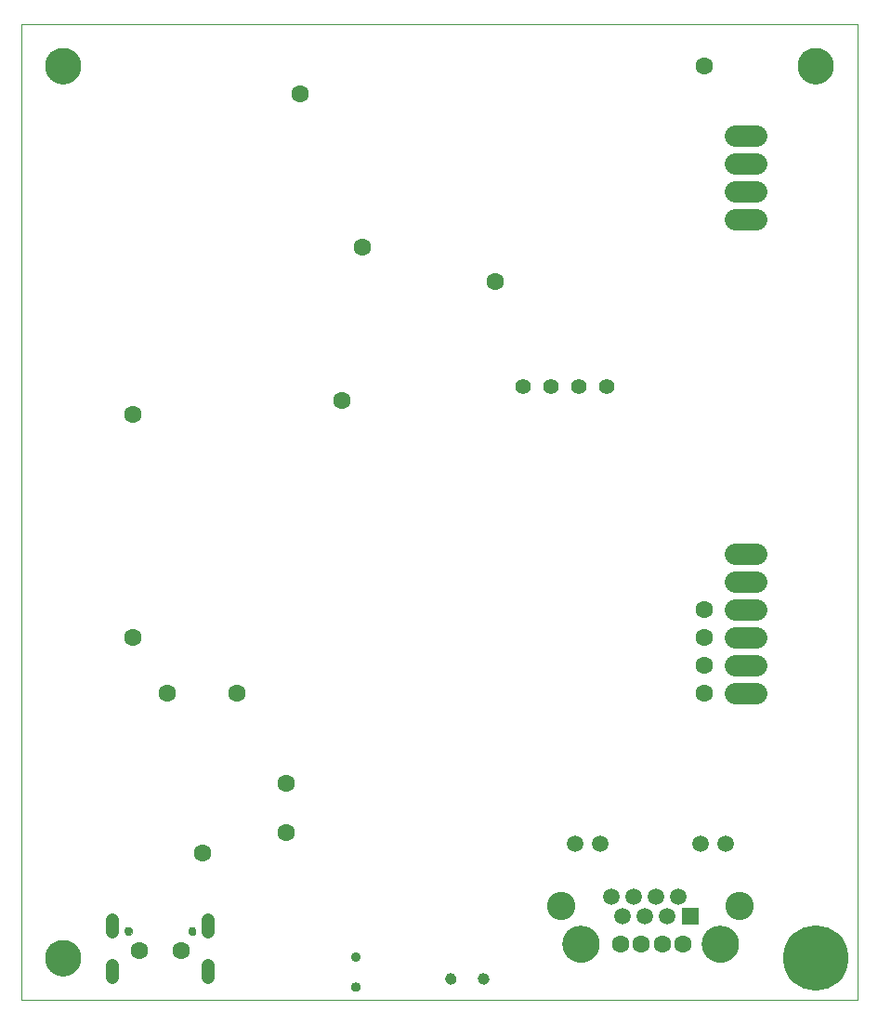
<source format=gbs>
G75*
%MOIN*%
%OFA0B0*%
%FSLAX25Y25*%
%IPPOS*%
%LPD*%
%AMOC8*
5,1,8,0,0,1.08239X$1,22.5*
%
%ADD10C,0.00000*%
%ADD11C,0.12998*%
%ADD12R,0.05904X0.05904*%
%ADD13C,0.05904*%
%ADD14C,0.13195*%
%ADD15C,0.10144*%
%ADD16C,0.04762*%
%ADD17C,0.02959*%
%ADD18C,0.07800*%
%ADD19C,0.05550*%
%ADD20C,0.03353*%
%ADD21C,0.03943*%
%ADD22C,0.23400*%
%ADD23C,0.06306*%
D10*
X0001394Y0011093D02*
X0001394Y0361093D01*
X0301394Y0361093D01*
X0301394Y0011093D01*
X0001394Y0011093D01*
X0010095Y0026093D02*
X0010097Y0026251D01*
X0010103Y0026409D01*
X0010113Y0026567D01*
X0010127Y0026725D01*
X0010145Y0026882D01*
X0010166Y0027039D01*
X0010192Y0027195D01*
X0010222Y0027351D01*
X0010255Y0027506D01*
X0010293Y0027659D01*
X0010334Y0027812D01*
X0010379Y0027964D01*
X0010428Y0028115D01*
X0010481Y0028264D01*
X0010537Y0028412D01*
X0010597Y0028558D01*
X0010661Y0028703D01*
X0010729Y0028846D01*
X0010800Y0028988D01*
X0010874Y0029128D01*
X0010952Y0029265D01*
X0011034Y0029401D01*
X0011118Y0029535D01*
X0011207Y0029666D01*
X0011298Y0029795D01*
X0011393Y0029922D01*
X0011490Y0030047D01*
X0011591Y0030169D01*
X0011695Y0030288D01*
X0011802Y0030405D01*
X0011912Y0030519D01*
X0012025Y0030630D01*
X0012140Y0030739D01*
X0012258Y0030844D01*
X0012379Y0030946D01*
X0012502Y0031046D01*
X0012628Y0031142D01*
X0012756Y0031235D01*
X0012886Y0031325D01*
X0013019Y0031411D01*
X0013154Y0031495D01*
X0013290Y0031574D01*
X0013429Y0031651D01*
X0013570Y0031723D01*
X0013712Y0031793D01*
X0013856Y0031858D01*
X0014002Y0031920D01*
X0014149Y0031978D01*
X0014298Y0032033D01*
X0014448Y0032084D01*
X0014599Y0032131D01*
X0014751Y0032174D01*
X0014904Y0032213D01*
X0015059Y0032249D01*
X0015214Y0032280D01*
X0015370Y0032308D01*
X0015526Y0032332D01*
X0015683Y0032352D01*
X0015841Y0032368D01*
X0015998Y0032380D01*
X0016157Y0032388D01*
X0016315Y0032392D01*
X0016473Y0032392D01*
X0016631Y0032388D01*
X0016790Y0032380D01*
X0016947Y0032368D01*
X0017105Y0032352D01*
X0017262Y0032332D01*
X0017418Y0032308D01*
X0017574Y0032280D01*
X0017729Y0032249D01*
X0017884Y0032213D01*
X0018037Y0032174D01*
X0018189Y0032131D01*
X0018340Y0032084D01*
X0018490Y0032033D01*
X0018639Y0031978D01*
X0018786Y0031920D01*
X0018932Y0031858D01*
X0019076Y0031793D01*
X0019218Y0031723D01*
X0019359Y0031651D01*
X0019498Y0031574D01*
X0019634Y0031495D01*
X0019769Y0031411D01*
X0019902Y0031325D01*
X0020032Y0031235D01*
X0020160Y0031142D01*
X0020286Y0031046D01*
X0020409Y0030946D01*
X0020530Y0030844D01*
X0020648Y0030739D01*
X0020763Y0030630D01*
X0020876Y0030519D01*
X0020986Y0030405D01*
X0021093Y0030288D01*
X0021197Y0030169D01*
X0021298Y0030047D01*
X0021395Y0029922D01*
X0021490Y0029795D01*
X0021581Y0029666D01*
X0021670Y0029535D01*
X0021754Y0029401D01*
X0021836Y0029265D01*
X0021914Y0029128D01*
X0021988Y0028988D01*
X0022059Y0028846D01*
X0022127Y0028703D01*
X0022191Y0028558D01*
X0022251Y0028412D01*
X0022307Y0028264D01*
X0022360Y0028115D01*
X0022409Y0027964D01*
X0022454Y0027812D01*
X0022495Y0027659D01*
X0022533Y0027506D01*
X0022566Y0027351D01*
X0022596Y0027195D01*
X0022622Y0027039D01*
X0022643Y0026882D01*
X0022661Y0026725D01*
X0022675Y0026567D01*
X0022685Y0026409D01*
X0022691Y0026251D01*
X0022693Y0026093D01*
X0022691Y0025935D01*
X0022685Y0025777D01*
X0022675Y0025619D01*
X0022661Y0025461D01*
X0022643Y0025304D01*
X0022622Y0025147D01*
X0022596Y0024991D01*
X0022566Y0024835D01*
X0022533Y0024680D01*
X0022495Y0024527D01*
X0022454Y0024374D01*
X0022409Y0024222D01*
X0022360Y0024071D01*
X0022307Y0023922D01*
X0022251Y0023774D01*
X0022191Y0023628D01*
X0022127Y0023483D01*
X0022059Y0023340D01*
X0021988Y0023198D01*
X0021914Y0023058D01*
X0021836Y0022921D01*
X0021754Y0022785D01*
X0021670Y0022651D01*
X0021581Y0022520D01*
X0021490Y0022391D01*
X0021395Y0022264D01*
X0021298Y0022139D01*
X0021197Y0022017D01*
X0021093Y0021898D01*
X0020986Y0021781D01*
X0020876Y0021667D01*
X0020763Y0021556D01*
X0020648Y0021447D01*
X0020530Y0021342D01*
X0020409Y0021240D01*
X0020286Y0021140D01*
X0020160Y0021044D01*
X0020032Y0020951D01*
X0019902Y0020861D01*
X0019769Y0020775D01*
X0019634Y0020691D01*
X0019498Y0020612D01*
X0019359Y0020535D01*
X0019218Y0020463D01*
X0019076Y0020393D01*
X0018932Y0020328D01*
X0018786Y0020266D01*
X0018639Y0020208D01*
X0018490Y0020153D01*
X0018340Y0020102D01*
X0018189Y0020055D01*
X0018037Y0020012D01*
X0017884Y0019973D01*
X0017729Y0019937D01*
X0017574Y0019906D01*
X0017418Y0019878D01*
X0017262Y0019854D01*
X0017105Y0019834D01*
X0016947Y0019818D01*
X0016790Y0019806D01*
X0016631Y0019798D01*
X0016473Y0019794D01*
X0016315Y0019794D01*
X0016157Y0019798D01*
X0015998Y0019806D01*
X0015841Y0019818D01*
X0015683Y0019834D01*
X0015526Y0019854D01*
X0015370Y0019878D01*
X0015214Y0019906D01*
X0015059Y0019937D01*
X0014904Y0019973D01*
X0014751Y0020012D01*
X0014599Y0020055D01*
X0014448Y0020102D01*
X0014298Y0020153D01*
X0014149Y0020208D01*
X0014002Y0020266D01*
X0013856Y0020328D01*
X0013712Y0020393D01*
X0013570Y0020463D01*
X0013429Y0020535D01*
X0013290Y0020612D01*
X0013154Y0020691D01*
X0013019Y0020775D01*
X0012886Y0020861D01*
X0012756Y0020951D01*
X0012628Y0021044D01*
X0012502Y0021140D01*
X0012379Y0021240D01*
X0012258Y0021342D01*
X0012140Y0021447D01*
X0012025Y0021556D01*
X0011912Y0021667D01*
X0011802Y0021781D01*
X0011695Y0021898D01*
X0011591Y0022017D01*
X0011490Y0022139D01*
X0011393Y0022264D01*
X0011298Y0022391D01*
X0011207Y0022520D01*
X0011118Y0022651D01*
X0011034Y0022785D01*
X0010952Y0022921D01*
X0010874Y0023058D01*
X0010800Y0023198D01*
X0010729Y0023340D01*
X0010661Y0023483D01*
X0010597Y0023628D01*
X0010537Y0023774D01*
X0010481Y0023922D01*
X0010428Y0024071D01*
X0010379Y0024222D01*
X0010334Y0024374D01*
X0010293Y0024527D01*
X0010255Y0024680D01*
X0010222Y0024835D01*
X0010192Y0024991D01*
X0010166Y0025147D01*
X0010145Y0025304D01*
X0010127Y0025461D01*
X0010113Y0025619D01*
X0010103Y0025777D01*
X0010097Y0025935D01*
X0010095Y0026093D01*
X0038736Y0035581D02*
X0038738Y0035652D01*
X0038744Y0035723D01*
X0038754Y0035794D01*
X0038768Y0035863D01*
X0038785Y0035932D01*
X0038807Y0036000D01*
X0038832Y0036067D01*
X0038861Y0036132D01*
X0038893Y0036195D01*
X0038929Y0036257D01*
X0038968Y0036316D01*
X0039011Y0036373D01*
X0039056Y0036428D01*
X0039105Y0036480D01*
X0039156Y0036529D01*
X0039210Y0036575D01*
X0039267Y0036619D01*
X0039325Y0036659D01*
X0039386Y0036695D01*
X0039449Y0036729D01*
X0039514Y0036758D01*
X0039580Y0036784D01*
X0039648Y0036807D01*
X0039716Y0036825D01*
X0039786Y0036840D01*
X0039856Y0036851D01*
X0039927Y0036858D01*
X0039998Y0036861D01*
X0040069Y0036860D01*
X0040140Y0036855D01*
X0040211Y0036846D01*
X0040281Y0036833D01*
X0040350Y0036817D01*
X0040418Y0036796D01*
X0040485Y0036772D01*
X0040551Y0036744D01*
X0040614Y0036712D01*
X0040676Y0036677D01*
X0040736Y0036639D01*
X0040794Y0036597D01*
X0040849Y0036553D01*
X0040902Y0036505D01*
X0040952Y0036454D01*
X0040999Y0036401D01*
X0041043Y0036345D01*
X0041084Y0036287D01*
X0041122Y0036226D01*
X0041156Y0036164D01*
X0041186Y0036099D01*
X0041213Y0036034D01*
X0041237Y0035966D01*
X0041256Y0035898D01*
X0041272Y0035829D01*
X0041284Y0035758D01*
X0041292Y0035688D01*
X0041296Y0035617D01*
X0041296Y0035545D01*
X0041292Y0035474D01*
X0041284Y0035404D01*
X0041272Y0035333D01*
X0041256Y0035264D01*
X0041237Y0035196D01*
X0041213Y0035128D01*
X0041186Y0035063D01*
X0041156Y0034998D01*
X0041122Y0034936D01*
X0041084Y0034875D01*
X0041043Y0034817D01*
X0040999Y0034761D01*
X0040952Y0034708D01*
X0040902Y0034657D01*
X0040849Y0034609D01*
X0040794Y0034565D01*
X0040736Y0034523D01*
X0040676Y0034485D01*
X0040614Y0034450D01*
X0040551Y0034418D01*
X0040485Y0034390D01*
X0040418Y0034366D01*
X0040350Y0034345D01*
X0040281Y0034329D01*
X0040211Y0034316D01*
X0040140Y0034307D01*
X0040069Y0034302D01*
X0039998Y0034301D01*
X0039927Y0034304D01*
X0039856Y0034311D01*
X0039786Y0034322D01*
X0039716Y0034337D01*
X0039648Y0034355D01*
X0039580Y0034378D01*
X0039514Y0034404D01*
X0039449Y0034433D01*
X0039386Y0034467D01*
X0039325Y0034503D01*
X0039267Y0034543D01*
X0039210Y0034587D01*
X0039156Y0034633D01*
X0039105Y0034682D01*
X0039056Y0034734D01*
X0039011Y0034789D01*
X0038968Y0034846D01*
X0038929Y0034905D01*
X0038893Y0034967D01*
X0038861Y0035030D01*
X0038832Y0035095D01*
X0038807Y0035162D01*
X0038785Y0035230D01*
X0038768Y0035299D01*
X0038754Y0035368D01*
X0038744Y0035439D01*
X0038738Y0035510D01*
X0038736Y0035581D01*
X0061492Y0035581D02*
X0061494Y0035652D01*
X0061500Y0035723D01*
X0061510Y0035794D01*
X0061524Y0035863D01*
X0061541Y0035932D01*
X0061563Y0036000D01*
X0061588Y0036067D01*
X0061617Y0036132D01*
X0061649Y0036195D01*
X0061685Y0036257D01*
X0061724Y0036316D01*
X0061767Y0036373D01*
X0061812Y0036428D01*
X0061861Y0036480D01*
X0061912Y0036529D01*
X0061966Y0036575D01*
X0062023Y0036619D01*
X0062081Y0036659D01*
X0062142Y0036695D01*
X0062205Y0036729D01*
X0062270Y0036758D01*
X0062336Y0036784D01*
X0062404Y0036807D01*
X0062472Y0036825D01*
X0062542Y0036840D01*
X0062612Y0036851D01*
X0062683Y0036858D01*
X0062754Y0036861D01*
X0062825Y0036860D01*
X0062896Y0036855D01*
X0062967Y0036846D01*
X0063037Y0036833D01*
X0063106Y0036817D01*
X0063174Y0036796D01*
X0063241Y0036772D01*
X0063307Y0036744D01*
X0063370Y0036712D01*
X0063432Y0036677D01*
X0063492Y0036639D01*
X0063550Y0036597D01*
X0063605Y0036553D01*
X0063658Y0036505D01*
X0063708Y0036454D01*
X0063755Y0036401D01*
X0063799Y0036345D01*
X0063840Y0036287D01*
X0063878Y0036226D01*
X0063912Y0036164D01*
X0063942Y0036099D01*
X0063969Y0036034D01*
X0063993Y0035966D01*
X0064012Y0035898D01*
X0064028Y0035829D01*
X0064040Y0035758D01*
X0064048Y0035688D01*
X0064052Y0035617D01*
X0064052Y0035545D01*
X0064048Y0035474D01*
X0064040Y0035404D01*
X0064028Y0035333D01*
X0064012Y0035264D01*
X0063993Y0035196D01*
X0063969Y0035128D01*
X0063942Y0035063D01*
X0063912Y0034998D01*
X0063878Y0034936D01*
X0063840Y0034875D01*
X0063799Y0034817D01*
X0063755Y0034761D01*
X0063708Y0034708D01*
X0063658Y0034657D01*
X0063605Y0034609D01*
X0063550Y0034565D01*
X0063492Y0034523D01*
X0063432Y0034485D01*
X0063370Y0034450D01*
X0063307Y0034418D01*
X0063241Y0034390D01*
X0063174Y0034366D01*
X0063106Y0034345D01*
X0063037Y0034329D01*
X0062967Y0034316D01*
X0062896Y0034307D01*
X0062825Y0034302D01*
X0062754Y0034301D01*
X0062683Y0034304D01*
X0062612Y0034311D01*
X0062542Y0034322D01*
X0062472Y0034337D01*
X0062404Y0034355D01*
X0062336Y0034378D01*
X0062270Y0034404D01*
X0062205Y0034433D01*
X0062142Y0034467D01*
X0062081Y0034503D01*
X0062023Y0034543D01*
X0061966Y0034587D01*
X0061912Y0034633D01*
X0061861Y0034682D01*
X0061812Y0034734D01*
X0061767Y0034789D01*
X0061724Y0034846D01*
X0061685Y0034905D01*
X0061649Y0034967D01*
X0061617Y0035030D01*
X0061588Y0035095D01*
X0061563Y0035162D01*
X0061541Y0035230D01*
X0061524Y0035299D01*
X0061510Y0035368D01*
X0061500Y0035439D01*
X0061494Y0035510D01*
X0061492Y0035581D01*
X0119918Y0026506D02*
X0119920Y0026583D01*
X0119926Y0026659D01*
X0119936Y0026735D01*
X0119950Y0026810D01*
X0119967Y0026885D01*
X0119989Y0026958D01*
X0120014Y0027031D01*
X0120044Y0027102D01*
X0120076Y0027171D01*
X0120113Y0027238D01*
X0120152Y0027304D01*
X0120195Y0027367D01*
X0120242Y0027428D01*
X0120291Y0027487D01*
X0120344Y0027543D01*
X0120399Y0027596D01*
X0120457Y0027646D01*
X0120517Y0027693D01*
X0120580Y0027737D01*
X0120645Y0027778D01*
X0120712Y0027815D01*
X0120781Y0027849D01*
X0120851Y0027879D01*
X0120923Y0027905D01*
X0120997Y0027927D01*
X0121071Y0027946D01*
X0121146Y0027961D01*
X0121222Y0027972D01*
X0121298Y0027979D01*
X0121375Y0027982D01*
X0121451Y0027981D01*
X0121528Y0027976D01*
X0121604Y0027967D01*
X0121680Y0027954D01*
X0121754Y0027937D01*
X0121828Y0027917D01*
X0121901Y0027892D01*
X0121972Y0027864D01*
X0122042Y0027832D01*
X0122110Y0027797D01*
X0122176Y0027758D01*
X0122240Y0027716D01*
X0122301Y0027670D01*
X0122361Y0027621D01*
X0122417Y0027570D01*
X0122471Y0027515D01*
X0122522Y0027458D01*
X0122570Y0027398D01*
X0122615Y0027336D01*
X0122656Y0027271D01*
X0122694Y0027205D01*
X0122729Y0027137D01*
X0122759Y0027066D01*
X0122787Y0026995D01*
X0122810Y0026922D01*
X0122830Y0026848D01*
X0122846Y0026773D01*
X0122858Y0026697D01*
X0122866Y0026621D01*
X0122870Y0026544D01*
X0122870Y0026468D01*
X0122866Y0026391D01*
X0122858Y0026315D01*
X0122846Y0026239D01*
X0122830Y0026164D01*
X0122810Y0026090D01*
X0122787Y0026017D01*
X0122759Y0025946D01*
X0122729Y0025875D01*
X0122694Y0025807D01*
X0122656Y0025741D01*
X0122615Y0025676D01*
X0122570Y0025614D01*
X0122522Y0025554D01*
X0122471Y0025497D01*
X0122417Y0025442D01*
X0122361Y0025391D01*
X0122301Y0025342D01*
X0122240Y0025296D01*
X0122176Y0025254D01*
X0122110Y0025215D01*
X0122042Y0025180D01*
X0121972Y0025148D01*
X0121901Y0025120D01*
X0121828Y0025095D01*
X0121754Y0025075D01*
X0121680Y0025058D01*
X0121604Y0025045D01*
X0121528Y0025036D01*
X0121451Y0025031D01*
X0121375Y0025030D01*
X0121298Y0025033D01*
X0121222Y0025040D01*
X0121146Y0025051D01*
X0121071Y0025066D01*
X0120997Y0025085D01*
X0120923Y0025107D01*
X0120851Y0025133D01*
X0120781Y0025163D01*
X0120712Y0025197D01*
X0120645Y0025234D01*
X0120580Y0025275D01*
X0120517Y0025319D01*
X0120457Y0025366D01*
X0120399Y0025416D01*
X0120344Y0025469D01*
X0120291Y0025525D01*
X0120242Y0025584D01*
X0120195Y0025645D01*
X0120152Y0025708D01*
X0120113Y0025774D01*
X0120076Y0025841D01*
X0120044Y0025910D01*
X0120014Y0025981D01*
X0119989Y0026054D01*
X0119967Y0026127D01*
X0119950Y0026202D01*
X0119936Y0026277D01*
X0119926Y0026353D01*
X0119920Y0026429D01*
X0119918Y0026506D01*
X0119918Y0015680D02*
X0119920Y0015757D01*
X0119926Y0015833D01*
X0119936Y0015909D01*
X0119950Y0015984D01*
X0119967Y0016059D01*
X0119989Y0016132D01*
X0120014Y0016205D01*
X0120044Y0016276D01*
X0120076Y0016345D01*
X0120113Y0016412D01*
X0120152Y0016478D01*
X0120195Y0016541D01*
X0120242Y0016602D01*
X0120291Y0016661D01*
X0120344Y0016717D01*
X0120399Y0016770D01*
X0120457Y0016820D01*
X0120517Y0016867D01*
X0120580Y0016911D01*
X0120645Y0016952D01*
X0120712Y0016989D01*
X0120781Y0017023D01*
X0120851Y0017053D01*
X0120923Y0017079D01*
X0120997Y0017101D01*
X0121071Y0017120D01*
X0121146Y0017135D01*
X0121222Y0017146D01*
X0121298Y0017153D01*
X0121375Y0017156D01*
X0121451Y0017155D01*
X0121528Y0017150D01*
X0121604Y0017141D01*
X0121680Y0017128D01*
X0121754Y0017111D01*
X0121828Y0017091D01*
X0121901Y0017066D01*
X0121972Y0017038D01*
X0122042Y0017006D01*
X0122110Y0016971D01*
X0122176Y0016932D01*
X0122240Y0016890D01*
X0122301Y0016844D01*
X0122361Y0016795D01*
X0122417Y0016744D01*
X0122471Y0016689D01*
X0122522Y0016632D01*
X0122570Y0016572D01*
X0122615Y0016510D01*
X0122656Y0016445D01*
X0122694Y0016379D01*
X0122729Y0016311D01*
X0122759Y0016240D01*
X0122787Y0016169D01*
X0122810Y0016096D01*
X0122830Y0016022D01*
X0122846Y0015947D01*
X0122858Y0015871D01*
X0122866Y0015795D01*
X0122870Y0015718D01*
X0122870Y0015642D01*
X0122866Y0015565D01*
X0122858Y0015489D01*
X0122846Y0015413D01*
X0122830Y0015338D01*
X0122810Y0015264D01*
X0122787Y0015191D01*
X0122759Y0015120D01*
X0122729Y0015049D01*
X0122694Y0014981D01*
X0122656Y0014915D01*
X0122615Y0014850D01*
X0122570Y0014788D01*
X0122522Y0014728D01*
X0122471Y0014671D01*
X0122417Y0014616D01*
X0122361Y0014565D01*
X0122301Y0014516D01*
X0122240Y0014470D01*
X0122176Y0014428D01*
X0122110Y0014389D01*
X0122042Y0014354D01*
X0121972Y0014322D01*
X0121901Y0014294D01*
X0121828Y0014269D01*
X0121754Y0014249D01*
X0121680Y0014232D01*
X0121604Y0014219D01*
X0121528Y0014210D01*
X0121451Y0014205D01*
X0121375Y0014204D01*
X0121298Y0014207D01*
X0121222Y0014214D01*
X0121146Y0014225D01*
X0121071Y0014240D01*
X0120997Y0014259D01*
X0120923Y0014281D01*
X0120851Y0014307D01*
X0120781Y0014337D01*
X0120712Y0014371D01*
X0120645Y0014408D01*
X0120580Y0014449D01*
X0120517Y0014493D01*
X0120457Y0014540D01*
X0120399Y0014590D01*
X0120344Y0014643D01*
X0120291Y0014699D01*
X0120242Y0014758D01*
X0120195Y0014819D01*
X0120152Y0014882D01*
X0120113Y0014948D01*
X0120076Y0015015D01*
X0120044Y0015084D01*
X0120014Y0015155D01*
X0119989Y0015228D01*
X0119967Y0015301D01*
X0119950Y0015376D01*
X0119936Y0015451D01*
X0119926Y0015527D01*
X0119920Y0015603D01*
X0119918Y0015680D01*
X0153716Y0018593D02*
X0153718Y0018677D01*
X0153724Y0018760D01*
X0153734Y0018843D01*
X0153748Y0018926D01*
X0153765Y0019008D01*
X0153787Y0019089D01*
X0153812Y0019168D01*
X0153841Y0019247D01*
X0153874Y0019324D01*
X0153910Y0019399D01*
X0153950Y0019473D01*
X0153993Y0019545D01*
X0154040Y0019614D01*
X0154090Y0019681D01*
X0154143Y0019746D01*
X0154199Y0019808D01*
X0154257Y0019868D01*
X0154319Y0019925D01*
X0154383Y0019978D01*
X0154450Y0020029D01*
X0154519Y0020076D01*
X0154590Y0020121D01*
X0154663Y0020161D01*
X0154738Y0020198D01*
X0154815Y0020232D01*
X0154893Y0020262D01*
X0154972Y0020288D01*
X0155053Y0020311D01*
X0155135Y0020329D01*
X0155217Y0020344D01*
X0155300Y0020355D01*
X0155383Y0020362D01*
X0155467Y0020365D01*
X0155551Y0020364D01*
X0155634Y0020359D01*
X0155718Y0020350D01*
X0155800Y0020337D01*
X0155882Y0020321D01*
X0155963Y0020300D01*
X0156044Y0020276D01*
X0156122Y0020248D01*
X0156200Y0020216D01*
X0156276Y0020180D01*
X0156350Y0020141D01*
X0156422Y0020099D01*
X0156492Y0020053D01*
X0156560Y0020004D01*
X0156625Y0019952D01*
X0156688Y0019897D01*
X0156748Y0019839D01*
X0156806Y0019778D01*
X0156860Y0019714D01*
X0156912Y0019648D01*
X0156960Y0019580D01*
X0157005Y0019509D01*
X0157046Y0019436D01*
X0157085Y0019362D01*
X0157119Y0019286D01*
X0157150Y0019208D01*
X0157177Y0019129D01*
X0157201Y0019048D01*
X0157220Y0018967D01*
X0157236Y0018885D01*
X0157248Y0018802D01*
X0157256Y0018718D01*
X0157260Y0018635D01*
X0157260Y0018551D01*
X0157256Y0018468D01*
X0157248Y0018384D01*
X0157236Y0018301D01*
X0157220Y0018219D01*
X0157201Y0018138D01*
X0157177Y0018057D01*
X0157150Y0017978D01*
X0157119Y0017900D01*
X0157085Y0017824D01*
X0157046Y0017750D01*
X0157005Y0017677D01*
X0156960Y0017606D01*
X0156912Y0017538D01*
X0156860Y0017472D01*
X0156806Y0017408D01*
X0156748Y0017347D01*
X0156688Y0017289D01*
X0156625Y0017234D01*
X0156560Y0017182D01*
X0156492Y0017133D01*
X0156422Y0017087D01*
X0156350Y0017045D01*
X0156276Y0017006D01*
X0156200Y0016970D01*
X0156122Y0016938D01*
X0156044Y0016910D01*
X0155963Y0016886D01*
X0155882Y0016865D01*
X0155800Y0016849D01*
X0155718Y0016836D01*
X0155634Y0016827D01*
X0155551Y0016822D01*
X0155467Y0016821D01*
X0155383Y0016824D01*
X0155300Y0016831D01*
X0155217Y0016842D01*
X0155135Y0016857D01*
X0155053Y0016875D01*
X0154972Y0016898D01*
X0154893Y0016924D01*
X0154815Y0016954D01*
X0154738Y0016988D01*
X0154663Y0017025D01*
X0154590Y0017065D01*
X0154519Y0017110D01*
X0154450Y0017157D01*
X0154383Y0017208D01*
X0154319Y0017261D01*
X0154257Y0017318D01*
X0154199Y0017378D01*
X0154143Y0017440D01*
X0154090Y0017505D01*
X0154040Y0017572D01*
X0153993Y0017641D01*
X0153950Y0017713D01*
X0153910Y0017787D01*
X0153874Y0017862D01*
X0153841Y0017939D01*
X0153812Y0018018D01*
X0153787Y0018097D01*
X0153765Y0018178D01*
X0153748Y0018260D01*
X0153734Y0018343D01*
X0153724Y0018426D01*
X0153718Y0018509D01*
X0153716Y0018593D01*
X0165527Y0018593D02*
X0165529Y0018677D01*
X0165535Y0018760D01*
X0165545Y0018843D01*
X0165559Y0018926D01*
X0165576Y0019008D01*
X0165598Y0019089D01*
X0165623Y0019168D01*
X0165652Y0019247D01*
X0165685Y0019324D01*
X0165721Y0019399D01*
X0165761Y0019473D01*
X0165804Y0019545D01*
X0165851Y0019614D01*
X0165901Y0019681D01*
X0165954Y0019746D01*
X0166010Y0019808D01*
X0166068Y0019868D01*
X0166130Y0019925D01*
X0166194Y0019978D01*
X0166261Y0020029D01*
X0166330Y0020076D01*
X0166401Y0020121D01*
X0166474Y0020161D01*
X0166549Y0020198D01*
X0166626Y0020232D01*
X0166704Y0020262D01*
X0166783Y0020288D01*
X0166864Y0020311D01*
X0166946Y0020329D01*
X0167028Y0020344D01*
X0167111Y0020355D01*
X0167194Y0020362D01*
X0167278Y0020365D01*
X0167362Y0020364D01*
X0167445Y0020359D01*
X0167529Y0020350D01*
X0167611Y0020337D01*
X0167693Y0020321D01*
X0167774Y0020300D01*
X0167855Y0020276D01*
X0167933Y0020248D01*
X0168011Y0020216D01*
X0168087Y0020180D01*
X0168161Y0020141D01*
X0168233Y0020099D01*
X0168303Y0020053D01*
X0168371Y0020004D01*
X0168436Y0019952D01*
X0168499Y0019897D01*
X0168559Y0019839D01*
X0168617Y0019778D01*
X0168671Y0019714D01*
X0168723Y0019648D01*
X0168771Y0019580D01*
X0168816Y0019509D01*
X0168857Y0019436D01*
X0168896Y0019362D01*
X0168930Y0019286D01*
X0168961Y0019208D01*
X0168988Y0019129D01*
X0169012Y0019048D01*
X0169031Y0018967D01*
X0169047Y0018885D01*
X0169059Y0018802D01*
X0169067Y0018718D01*
X0169071Y0018635D01*
X0169071Y0018551D01*
X0169067Y0018468D01*
X0169059Y0018384D01*
X0169047Y0018301D01*
X0169031Y0018219D01*
X0169012Y0018138D01*
X0168988Y0018057D01*
X0168961Y0017978D01*
X0168930Y0017900D01*
X0168896Y0017824D01*
X0168857Y0017750D01*
X0168816Y0017677D01*
X0168771Y0017606D01*
X0168723Y0017538D01*
X0168671Y0017472D01*
X0168617Y0017408D01*
X0168559Y0017347D01*
X0168499Y0017289D01*
X0168436Y0017234D01*
X0168371Y0017182D01*
X0168303Y0017133D01*
X0168233Y0017087D01*
X0168161Y0017045D01*
X0168087Y0017006D01*
X0168011Y0016970D01*
X0167933Y0016938D01*
X0167855Y0016910D01*
X0167774Y0016886D01*
X0167693Y0016865D01*
X0167611Y0016849D01*
X0167529Y0016836D01*
X0167445Y0016827D01*
X0167362Y0016822D01*
X0167278Y0016821D01*
X0167194Y0016824D01*
X0167111Y0016831D01*
X0167028Y0016842D01*
X0166946Y0016857D01*
X0166864Y0016875D01*
X0166783Y0016898D01*
X0166704Y0016924D01*
X0166626Y0016954D01*
X0166549Y0016988D01*
X0166474Y0017025D01*
X0166401Y0017065D01*
X0166330Y0017110D01*
X0166261Y0017157D01*
X0166194Y0017208D01*
X0166130Y0017261D01*
X0166068Y0017318D01*
X0166010Y0017378D01*
X0165954Y0017440D01*
X0165901Y0017505D01*
X0165851Y0017572D01*
X0165804Y0017641D01*
X0165761Y0017713D01*
X0165721Y0017787D01*
X0165685Y0017862D01*
X0165652Y0017939D01*
X0165623Y0018018D01*
X0165598Y0018097D01*
X0165576Y0018178D01*
X0165559Y0018260D01*
X0165545Y0018343D01*
X0165535Y0018426D01*
X0165529Y0018509D01*
X0165527Y0018593D01*
X0195901Y0031093D02*
X0195903Y0031253D01*
X0195909Y0031412D01*
X0195919Y0031571D01*
X0195933Y0031730D01*
X0195951Y0031889D01*
X0195972Y0032047D01*
X0195998Y0032204D01*
X0196028Y0032361D01*
X0196061Y0032517D01*
X0196099Y0032672D01*
X0196140Y0032826D01*
X0196185Y0032979D01*
X0196234Y0033131D01*
X0196287Y0033281D01*
X0196343Y0033430D01*
X0196403Y0033578D01*
X0196467Y0033724D01*
X0196535Y0033869D01*
X0196606Y0034012D01*
X0196680Y0034153D01*
X0196758Y0034292D01*
X0196840Y0034429D01*
X0196925Y0034564D01*
X0197013Y0034697D01*
X0197104Y0034828D01*
X0197199Y0034956D01*
X0197297Y0035082D01*
X0197398Y0035206D01*
X0197502Y0035326D01*
X0197609Y0035445D01*
X0197719Y0035560D01*
X0197832Y0035673D01*
X0197947Y0035783D01*
X0198066Y0035890D01*
X0198186Y0035994D01*
X0198310Y0036095D01*
X0198436Y0036193D01*
X0198564Y0036288D01*
X0198695Y0036379D01*
X0198828Y0036467D01*
X0198963Y0036552D01*
X0199100Y0036634D01*
X0199239Y0036712D01*
X0199380Y0036786D01*
X0199523Y0036857D01*
X0199668Y0036925D01*
X0199814Y0036989D01*
X0199962Y0037049D01*
X0200111Y0037105D01*
X0200261Y0037158D01*
X0200413Y0037207D01*
X0200566Y0037252D01*
X0200720Y0037293D01*
X0200875Y0037331D01*
X0201031Y0037364D01*
X0201188Y0037394D01*
X0201345Y0037420D01*
X0201503Y0037441D01*
X0201662Y0037459D01*
X0201821Y0037473D01*
X0201980Y0037483D01*
X0202139Y0037489D01*
X0202299Y0037491D01*
X0202459Y0037489D01*
X0202618Y0037483D01*
X0202777Y0037473D01*
X0202936Y0037459D01*
X0203095Y0037441D01*
X0203253Y0037420D01*
X0203410Y0037394D01*
X0203567Y0037364D01*
X0203723Y0037331D01*
X0203878Y0037293D01*
X0204032Y0037252D01*
X0204185Y0037207D01*
X0204337Y0037158D01*
X0204487Y0037105D01*
X0204636Y0037049D01*
X0204784Y0036989D01*
X0204930Y0036925D01*
X0205075Y0036857D01*
X0205218Y0036786D01*
X0205359Y0036712D01*
X0205498Y0036634D01*
X0205635Y0036552D01*
X0205770Y0036467D01*
X0205903Y0036379D01*
X0206034Y0036288D01*
X0206162Y0036193D01*
X0206288Y0036095D01*
X0206412Y0035994D01*
X0206532Y0035890D01*
X0206651Y0035783D01*
X0206766Y0035673D01*
X0206879Y0035560D01*
X0206989Y0035445D01*
X0207096Y0035326D01*
X0207200Y0035206D01*
X0207301Y0035082D01*
X0207399Y0034956D01*
X0207494Y0034828D01*
X0207585Y0034697D01*
X0207673Y0034564D01*
X0207758Y0034429D01*
X0207840Y0034292D01*
X0207918Y0034153D01*
X0207992Y0034012D01*
X0208063Y0033869D01*
X0208131Y0033724D01*
X0208195Y0033578D01*
X0208255Y0033430D01*
X0208311Y0033281D01*
X0208364Y0033131D01*
X0208413Y0032979D01*
X0208458Y0032826D01*
X0208499Y0032672D01*
X0208537Y0032517D01*
X0208570Y0032361D01*
X0208600Y0032204D01*
X0208626Y0032047D01*
X0208647Y0031889D01*
X0208665Y0031730D01*
X0208679Y0031571D01*
X0208689Y0031412D01*
X0208695Y0031253D01*
X0208697Y0031093D01*
X0208695Y0030933D01*
X0208689Y0030774D01*
X0208679Y0030615D01*
X0208665Y0030456D01*
X0208647Y0030297D01*
X0208626Y0030139D01*
X0208600Y0029982D01*
X0208570Y0029825D01*
X0208537Y0029669D01*
X0208499Y0029514D01*
X0208458Y0029360D01*
X0208413Y0029207D01*
X0208364Y0029055D01*
X0208311Y0028905D01*
X0208255Y0028756D01*
X0208195Y0028608D01*
X0208131Y0028462D01*
X0208063Y0028317D01*
X0207992Y0028174D01*
X0207918Y0028033D01*
X0207840Y0027894D01*
X0207758Y0027757D01*
X0207673Y0027622D01*
X0207585Y0027489D01*
X0207494Y0027358D01*
X0207399Y0027230D01*
X0207301Y0027104D01*
X0207200Y0026980D01*
X0207096Y0026860D01*
X0206989Y0026741D01*
X0206879Y0026626D01*
X0206766Y0026513D01*
X0206651Y0026403D01*
X0206532Y0026296D01*
X0206412Y0026192D01*
X0206288Y0026091D01*
X0206162Y0025993D01*
X0206034Y0025898D01*
X0205903Y0025807D01*
X0205770Y0025719D01*
X0205635Y0025634D01*
X0205498Y0025552D01*
X0205359Y0025474D01*
X0205218Y0025400D01*
X0205075Y0025329D01*
X0204930Y0025261D01*
X0204784Y0025197D01*
X0204636Y0025137D01*
X0204487Y0025081D01*
X0204337Y0025028D01*
X0204185Y0024979D01*
X0204032Y0024934D01*
X0203878Y0024893D01*
X0203723Y0024855D01*
X0203567Y0024822D01*
X0203410Y0024792D01*
X0203253Y0024766D01*
X0203095Y0024745D01*
X0202936Y0024727D01*
X0202777Y0024713D01*
X0202618Y0024703D01*
X0202459Y0024697D01*
X0202299Y0024695D01*
X0202139Y0024697D01*
X0201980Y0024703D01*
X0201821Y0024713D01*
X0201662Y0024727D01*
X0201503Y0024745D01*
X0201345Y0024766D01*
X0201188Y0024792D01*
X0201031Y0024822D01*
X0200875Y0024855D01*
X0200720Y0024893D01*
X0200566Y0024934D01*
X0200413Y0024979D01*
X0200261Y0025028D01*
X0200111Y0025081D01*
X0199962Y0025137D01*
X0199814Y0025197D01*
X0199668Y0025261D01*
X0199523Y0025329D01*
X0199380Y0025400D01*
X0199239Y0025474D01*
X0199100Y0025552D01*
X0198963Y0025634D01*
X0198828Y0025719D01*
X0198695Y0025807D01*
X0198564Y0025898D01*
X0198436Y0025993D01*
X0198310Y0026091D01*
X0198186Y0026192D01*
X0198066Y0026296D01*
X0197947Y0026403D01*
X0197832Y0026513D01*
X0197719Y0026626D01*
X0197609Y0026741D01*
X0197502Y0026860D01*
X0197398Y0026980D01*
X0197297Y0027104D01*
X0197199Y0027230D01*
X0197104Y0027358D01*
X0197013Y0027489D01*
X0196925Y0027622D01*
X0196840Y0027757D01*
X0196758Y0027894D01*
X0196680Y0028033D01*
X0196606Y0028174D01*
X0196535Y0028317D01*
X0196467Y0028462D01*
X0196403Y0028608D01*
X0196343Y0028756D01*
X0196287Y0028905D01*
X0196234Y0029055D01*
X0196185Y0029207D01*
X0196140Y0029360D01*
X0196099Y0029514D01*
X0196061Y0029669D01*
X0196028Y0029825D01*
X0195998Y0029982D01*
X0195972Y0030139D01*
X0195951Y0030297D01*
X0195933Y0030456D01*
X0195919Y0030615D01*
X0195909Y0030774D01*
X0195903Y0030933D01*
X0195901Y0031093D01*
X0245901Y0031093D02*
X0245903Y0031253D01*
X0245909Y0031412D01*
X0245919Y0031571D01*
X0245933Y0031730D01*
X0245951Y0031889D01*
X0245972Y0032047D01*
X0245998Y0032204D01*
X0246028Y0032361D01*
X0246061Y0032517D01*
X0246099Y0032672D01*
X0246140Y0032826D01*
X0246185Y0032979D01*
X0246234Y0033131D01*
X0246287Y0033281D01*
X0246343Y0033430D01*
X0246403Y0033578D01*
X0246467Y0033724D01*
X0246535Y0033869D01*
X0246606Y0034012D01*
X0246680Y0034153D01*
X0246758Y0034292D01*
X0246840Y0034429D01*
X0246925Y0034564D01*
X0247013Y0034697D01*
X0247104Y0034828D01*
X0247199Y0034956D01*
X0247297Y0035082D01*
X0247398Y0035206D01*
X0247502Y0035326D01*
X0247609Y0035445D01*
X0247719Y0035560D01*
X0247832Y0035673D01*
X0247947Y0035783D01*
X0248066Y0035890D01*
X0248186Y0035994D01*
X0248310Y0036095D01*
X0248436Y0036193D01*
X0248564Y0036288D01*
X0248695Y0036379D01*
X0248828Y0036467D01*
X0248963Y0036552D01*
X0249100Y0036634D01*
X0249239Y0036712D01*
X0249380Y0036786D01*
X0249523Y0036857D01*
X0249668Y0036925D01*
X0249814Y0036989D01*
X0249962Y0037049D01*
X0250111Y0037105D01*
X0250261Y0037158D01*
X0250413Y0037207D01*
X0250566Y0037252D01*
X0250720Y0037293D01*
X0250875Y0037331D01*
X0251031Y0037364D01*
X0251188Y0037394D01*
X0251345Y0037420D01*
X0251503Y0037441D01*
X0251662Y0037459D01*
X0251821Y0037473D01*
X0251980Y0037483D01*
X0252139Y0037489D01*
X0252299Y0037491D01*
X0252459Y0037489D01*
X0252618Y0037483D01*
X0252777Y0037473D01*
X0252936Y0037459D01*
X0253095Y0037441D01*
X0253253Y0037420D01*
X0253410Y0037394D01*
X0253567Y0037364D01*
X0253723Y0037331D01*
X0253878Y0037293D01*
X0254032Y0037252D01*
X0254185Y0037207D01*
X0254337Y0037158D01*
X0254487Y0037105D01*
X0254636Y0037049D01*
X0254784Y0036989D01*
X0254930Y0036925D01*
X0255075Y0036857D01*
X0255218Y0036786D01*
X0255359Y0036712D01*
X0255498Y0036634D01*
X0255635Y0036552D01*
X0255770Y0036467D01*
X0255903Y0036379D01*
X0256034Y0036288D01*
X0256162Y0036193D01*
X0256288Y0036095D01*
X0256412Y0035994D01*
X0256532Y0035890D01*
X0256651Y0035783D01*
X0256766Y0035673D01*
X0256879Y0035560D01*
X0256989Y0035445D01*
X0257096Y0035326D01*
X0257200Y0035206D01*
X0257301Y0035082D01*
X0257399Y0034956D01*
X0257494Y0034828D01*
X0257585Y0034697D01*
X0257673Y0034564D01*
X0257758Y0034429D01*
X0257840Y0034292D01*
X0257918Y0034153D01*
X0257992Y0034012D01*
X0258063Y0033869D01*
X0258131Y0033724D01*
X0258195Y0033578D01*
X0258255Y0033430D01*
X0258311Y0033281D01*
X0258364Y0033131D01*
X0258413Y0032979D01*
X0258458Y0032826D01*
X0258499Y0032672D01*
X0258537Y0032517D01*
X0258570Y0032361D01*
X0258600Y0032204D01*
X0258626Y0032047D01*
X0258647Y0031889D01*
X0258665Y0031730D01*
X0258679Y0031571D01*
X0258689Y0031412D01*
X0258695Y0031253D01*
X0258697Y0031093D01*
X0258695Y0030933D01*
X0258689Y0030774D01*
X0258679Y0030615D01*
X0258665Y0030456D01*
X0258647Y0030297D01*
X0258626Y0030139D01*
X0258600Y0029982D01*
X0258570Y0029825D01*
X0258537Y0029669D01*
X0258499Y0029514D01*
X0258458Y0029360D01*
X0258413Y0029207D01*
X0258364Y0029055D01*
X0258311Y0028905D01*
X0258255Y0028756D01*
X0258195Y0028608D01*
X0258131Y0028462D01*
X0258063Y0028317D01*
X0257992Y0028174D01*
X0257918Y0028033D01*
X0257840Y0027894D01*
X0257758Y0027757D01*
X0257673Y0027622D01*
X0257585Y0027489D01*
X0257494Y0027358D01*
X0257399Y0027230D01*
X0257301Y0027104D01*
X0257200Y0026980D01*
X0257096Y0026860D01*
X0256989Y0026741D01*
X0256879Y0026626D01*
X0256766Y0026513D01*
X0256651Y0026403D01*
X0256532Y0026296D01*
X0256412Y0026192D01*
X0256288Y0026091D01*
X0256162Y0025993D01*
X0256034Y0025898D01*
X0255903Y0025807D01*
X0255770Y0025719D01*
X0255635Y0025634D01*
X0255498Y0025552D01*
X0255359Y0025474D01*
X0255218Y0025400D01*
X0255075Y0025329D01*
X0254930Y0025261D01*
X0254784Y0025197D01*
X0254636Y0025137D01*
X0254487Y0025081D01*
X0254337Y0025028D01*
X0254185Y0024979D01*
X0254032Y0024934D01*
X0253878Y0024893D01*
X0253723Y0024855D01*
X0253567Y0024822D01*
X0253410Y0024792D01*
X0253253Y0024766D01*
X0253095Y0024745D01*
X0252936Y0024727D01*
X0252777Y0024713D01*
X0252618Y0024703D01*
X0252459Y0024697D01*
X0252299Y0024695D01*
X0252139Y0024697D01*
X0251980Y0024703D01*
X0251821Y0024713D01*
X0251662Y0024727D01*
X0251503Y0024745D01*
X0251345Y0024766D01*
X0251188Y0024792D01*
X0251031Y0024822D01*
X0250875Y0024855D01*
X0250720Y0024893D01*
X0250566Y0024934D01*
X0250413Y0024979D01*
X0250261Y0025028D01*
X0250111Y0025081D01*
X0249962Y0025137D01*
X0249814Y0025197D01*
X0249668Y0025261D01*
X0249523Y0025329D01*
X0249380Y0025400D01*
X0249239Y0025474D01*
X0249100Y0025552D01*
X0248963Y0025634D01*
X0248828Y0025719D01*
X0248695Y0025807D01*
X0248564Y0025898D01*
X0248436Y0025993D01*
X0248310Y0026091D01*
X0248186Y0026192D01*
X0248066Y0026296D01*
X0247947Y0026403D01*
X0247832Y0026513D01*
X0247719Y0026626D01*
X0247609Y0026741D01*
X0247502Y0026860D01*
X0247398Y0026980D01*
X0247297Y0027104D01*
X0247199Y0027230D01*
X0247104Y0027358D01*
X0247013Y0027489D01*
X0246925Y0027622D01*
X0246840Y0027757D01*
X0246758Y0027894D01*
X0246680Y0028033D01*
X0246606Y0028174D01*
X0246535Y0028317D01*
X0246467Y0028462D01*
X0246403Y0028608D01*
X0246343Y0028756D01*
X0246287Y0028905D01*
X0246234Y0029055D01*
X0246185Y0029207D01*
X0246140Y0029360D01*
X0246099Y0029514D01*
X0246061Y0029669D01*
X0246028Y0029825D01*
X0245998Y0029982D01*
X0245972Y0030139D01*
X0245951Y0030297D01*
X0245933Y0030456D01*
X0245919Y0030615D01*
X0245909Y0030774D01*
X0245903Y0030933D01*
X0245901Y0031093D01*
X0280095Y0346093D02*
X0280097Y0346251D01*
X0280103Y0346409D01*
X0280113Y0346567D01*
X0280127Y0346725D01*
X0280145Y0346882D01*
X0280166Y0347039D01*
X0280192Y0347195D01*
X0280222Y0347351D01*
X0280255Y0347506D01*
X0280293Y0347659D01*
X0280334Y0347812D01*
X0280379Y0347964D01*
X0280428Y0348115D01*
X0280481Y0348264D01*
X0280537Y0348412D01*
X0280597Y0348558D01*
X0280661Y0348703D01*
X0280729Y0348846D01*
X0280800Y0348988D01*
X0280874Y0349128D01*
X0280952Y0349265D01*
X0281034Y0349401D01*
X0281118Y0349535D01*
X0281207Y0349666D01*
X0281298Y0349795D01*
X0281393Y0349922D01*
X0281490Y0350047D01*
X0281591Y0350169D01*
X0281695Y0350288D01*
X0281802Y0350405D01*
X0281912Y0350519D01*
X0282025Y0350630D01*
X0282140Y0350739D01*
X0282258Y0350844D01*
X0282379Y0350946D01*
X0282502Y0351046D01*
X0282628Y0351142D01*
X0282756Y0351235D01*
X0282886Y0351325D01*
X0283019Y0351411D01*
X0283154Y0351495D01*
X0283290Y0351574D01*
X0283429Y0351651D01*
X0283570Y0351723D01*
X0283712Y0351793D01*
X0283856Y0351858D01*
X0284002Y0351920D01*
X0284149Y0351978D01*
X0284298Y0352033D01*
X0284448Y0352084D01*
X0284599Y0352131D01*
X0284751Y0352174D01*
X0284904Y0352213D01*
X0285059Y0352249D01*
X0285214Y0352280D01*
X0285370Y0352308D01*
X0285526Y0352332D01*
X0285683Y0352352D01*
X0285841Y0352368D01*
X0285998Y0352380D01*
X0286157Y0352388D01*
X0286315Y0352392D01*
X0286473Y0352392D01*
X0286631Y0352388D01*
X0286790Y0352380D01*
X0286947Y0352368D01*
X0287105Y0352352D01*
X0287262Y0352332D01*
X0287418Y0352308D01*
X0287574Y0352280D01*
X0287729Y0352249D01*
X0287884Y0352213D01*
X0288037Y0352174D01*
X0288189Y0352131D01*
X0288340Y0352084D01*
X0288490Y0352033D01*
X0288639Y0351978D01*
X0288786Y0351920D01*
X0288932Y0351858D01*
X0289076Y0351793D01*
X0289218Y0351723D01*
X0289359Y0351651D01*
X0289498Y0351574D01*
X0289634Y0351495D01*
X0289769Y0351411D01*
X0289902Y0351325D01*
X0290032Y0351235D01*
X0290160Y0351142D01*
X0290286Y0351046D01*
X0290409Y0350946D01*
X0290530Y0350844D01*
X0290648Y0350739D01*
X0290763Y0350630D01*
X0290876Y0350519D01*
X0290986Y0350405D01*
X0291093Y0350288D01*
X0291197Y0350169D01*
X0291298Y0350047D01*
X0291395Y0349922D01*
X0291490Y0349795D01*
X0291581Y0349666D01*
X0291670Y0349535D01*
X0291754Y0349401D01*
X0291836Y0349265D01*
X0291914Y0349128D01*
X0291988Y0348988D01*
X0292059Y0348846D01*
X0292127Y0348703D01*
X0292191Y0348558D01*
X0292251Y0348412D01*
X0292307Y0348264D01*
X0292360Y0348115D01*
X0292409Y0347964D01*
X0292454Y0347812D01*
X0292495Y0347659D01*
X0292533Y0347506D01*
X0292566Y0347351D01*
X0292596Y0347195D01*
X0292622Y0347039D01*
X0292643Y0346882D01*
X0292661Y0346725D01*
X0292675Y0346567D01*
X0292685Y0346409D01*
X0292691Y0346251D01*
X0292693Y0346093D01*
X0292691Y0345935D01*
X0292685Y0345777D01*
X0292675Y0345619D01*
X0292661Y0345461D01*
X0292643Y0345304D01*
X0292622Y0345147D01*
X0292596Y0344991D01*
X0292566Y0344835D01*
X0292533Y0344680D01*
X0292495Y0344527D01*
X0292454Y0344374D01*
X0292409Y0344222D01*
X0292360Y0344071D01*
X0292307Y0343922D01*
X0292251Y0343774D01*
X0292191Y0343628D01*
X0292127Y0343483D01*
X0292059Y0343340D01*
X0291988Y0343198D01*
X0291914Y0343058D01*
X0291836Y0342921D01*
X0291754Y0342785D01*
X0291670Y0342651D01*
X0291581Y0342520D01*
X0291490Y0342391D01*
X0291395Y0342264D01*
X0291298Y0342139D01*
X0291197Y0342017D01*
X0291093Y0341898D01*
X0290986Y0341781D01*
X0290876Y0341667D01*
X0290763Y0341556D01*
X0290648Y0341447D01*
X0290530Y0341342D01*
X0290409Y0341240D01*
X0290286Y0341140D01*
X0290160Y0341044D01*
X0290032Y0340951D01*
X0289902Y0340861D01*
X0289769Y0340775D01*
X0289634Y0340691D01*
X0289498Y0340612D01*
X0289359Y0340535D01*
X0289218Y0340463D01*
X0289076Y0340393D01*
X0288932Y0340328D01*
X0288786Y0340266D01*
X0288639Y0340208D01*
X0288490Y0340153D01*
X0288340Y0340102D01*
X0288189Y0340055D01*
X0288037Y0340012D01*
X0287884Y0339973D01*
X0287729Y0339937D01*
X0287574Y0339906D01*
X0287418Y0339878D01*
X0287262Y0339854D01*
X0287105Y0339834D01*
X0286947Y0339818D01*
X0286790Y0339806D01*
X0286631Y0339798D01*
X0286473Y0339794D01*
X0286315Y0339794D01*
X0286157Y0339798D01*
X0285998Y0339806D01*
X0285841Y0339818D01*
X0285683Y0339834D01*
X0285526Y0339854D01*
X0285370Y0339878D01*
X0285214Y0339906D01*
X0285059Y0339937D01*
X0284904Y0339973D01*
X0284751Y0340012D01*
X0284599Y0340055D01*
X0284448Y0340102D01*
X0284298Y0340153D01*
X0284149Y0340208D01*
X0284002Y0340266D01*
X0283856Y0340328D01*
X0283712Y0340393D01*
X0283570Y0340463D01*
X0283429Y0340535D01*
X0283290Y0340612D01*
X0283154Y0340691D01*
X0283019Y0340775D01*
X0282886Y0340861D01*
X0282756Y0340951D01*
X0282628Y0341044D01*
X0282502Y0341140D01*
X0282379Y0341240D01*
X0282258Y0341342D01*
X0282140Y0341447D01*
X0282025Y0341556D01*
X0281912Y0341667D01*
X0281802Y0341781D01*
X0281695Y0341898D01*
X0281591Y0342017D01*
X0281490Y0342139D01*
X0281393Y0342264D01*
X0281298Y0342391D01*
X0281207Y0342520D01*
X0281118Y0342651D01*
X0281034Y0342785D01*
X0280952Y0342921D01*
X0280874Y0343058D01*
X0280800Y0343198D01*
X0280729Y0343340D01*
X0280661Y0343483D01*
X0280597Y0343628D01*
X0280537Y0343774D01*
X0280481Y0343922D01*
X0280428Y0344071D01*
X0280379Y0344222D01*
X0280334Y0344374D01*
X0280293Y0344527D01*
X0280255Y0344680D01*
X0280222Y0344835D01*
X0280192Y0344991D01*
X0280166Y0345147D01*
X0280145Y0345304D01*
X0280127Y0345461D01*
X0280113Y0345619D01*
X0280103Y0345777D01*
X0280097Y0345935D01*
X0280095Y0346093D01*
X0010095Y0346093D02*
X0010097Y0346251D01*
X0010103Y0346409D01*
X0010113Y0346567D01*
X0010127Y0346725D01*
X0010145Y0346882D01*
X0010166Y0347039D01*
X0010192Y0347195D01*
X0010222Y0347351D01*
X0010255Y0347506D01*
X0010293Y0347659D01*
X0010334Y0347812D01*
X0010379Y0347964D01*
X0010428Y0348115D01*
X0010481Y0348264D01*
X0010537Y0348412D01*
X0010597Y0348558D01*
X0010661Y0348703D01*
X0010729Y0348846D01*
X0010800Y0348988D01*
X0010874Y0349128D01*
X0010952Y0349265D01*
X0011034Y0349401D01*
X0011118Y0349535D01*
X0011207Y0349666D01*
X0011298Y0349795D01*
X0011393Y0349922D01*
X0011490Y0350047D01*
X0011591Y0350169D01*
X0011695Y0350288D01*
X0011802Y0350405D01*
X0011912Y0350519D01*
X0012025Y0350630D01*
X0012140Y0350739D01*
X0012258Y0350844D01*
X0012379Y0350946D01*
X0012502Y0351046D01*
X0012628Y0351142D01*
X0012756Y0351235D01*
X0012886Y0351325D01*
X0013019Y0351411D01*
X0013154Y0351495D01*
X0013290Y0351574D01*
X0013429Y0351651D01*
X0013570Y0351723D01*
X0013712Y0351793D01*
X0013856Y0351858D01*
X0014002Y0351920D01*
X0014149Y0351978D01*
X0014298Y0352033D01*
X0014448Y0352084D01*
X0014599Y0352131D01*
X0014751Y0352174D01*
X0014904Y0352213D01*
X0015059Y0352249D01*
X0015214Y0352280D01*
X0015370Y0352308D01*
X0015526Y0352332D01*
X0015683Y0352352D01*
X0015841Y0352368D01*
X0015998Y0352380D01*
X0016157Y0352388D01*
X0016315Y0352392D01*
X0016473Y0352392D01*
X0016631Y0352388D01*
X0016790Y0352380D01*
X0016947Y0352368D01*
X0017105Y0352352D01*
X0017262Y0352332D01*
X0017418Y0352308D01*
X0017574Y0352280D01*
X0017729Y0352249D01*
X0017884Y0352213D01*
X0018037Y0352174D01*
X0018189Y0352131D01*
X0018340Y0352084D01*
X0018490Y0352033D01*
X0018639Y0351978D01*
X0018786Y0351920D01*
X0018932Y0351858D01*
X0019076Y0351793D01*
X0019218Y0351723D01*
X0019359Y0351651D01*
X0019498Y0351574D01*
X0019634Y0351495D01*
X0019769Y0351411D01*
X0019902Y0351325D01*
X0020032Y0351235D01*
X0020160Y0351142D01*
X0020286Y0351046D01*
X0020409Y0350946D01*
X0020530Y0350844D01*
X0020648Y0350739D01*
X0020763Y0350630D01*
X0020876Y0350519D01*
X0020986Y0350405D01*
X0021093Y0350288D01*
X0021197Y0350169D01*
X0021298Y0350047D01*
X0021395Y0349922D01*
X0021490Y0349795D01*
X0021581Y0349666D01*
X0021670Y0349535D01*
X0021754Y0349401D01*
X0021836Y0349265D01*
X0021914Y0349128D01*
X0021988Y0348988D01*
X0022059Y0348846D01*
X0022127Y0348703D01*
X0022191Y0348558D01*
X0022251Y0348412D01*
X0022307Y0348264D01*
X0022360Y0348115D01*
X0022409Y0347964D01*
X0022454Y0347812D01*
X0022495Y0347659D01*
X0022533Y0347506D01*
X0022566Y0347351D01*
X0022596Y0347195D01*
X0022622Y0347039D01*
X0022643Y0346882D01*
X0022661Y0346725D01*
X0022675Y0346567D01*
X0022685Y0346409D01*
X0022691Y0346251D01*
X0022693Y0346093D01*
X0022691Y0345935D01*
X0022685Y0345777D01*
X0022675Y0345619D01*
X0022661Y0345461D01*
X0022643Y0345304D01*
X0022622Y0345147D01*
X0022596Y0344991D01*
X0022566Y0344835D01*
X0022533Y0344680D01*
X0022495Y0344527D01*
X0022454Y0344374D01*
X0022409Y0344222D01*
X0022360Y0344071D01*
X0022307Y0343922D01*
X0022251Y0343774D01*
X0022191Y0343628D01*
X0022127Y0343483D01*
X0022059Y0343340D01*
X0021988Y0343198D01*
X0021914Y0343058D01*
X0021836Y0342921D01*
X0021754Y0342785D01*
X0021670Y0342651D01*
X0021581Y0342520D01*
X0021490Y0342391D01*
X0021395Y0342264D01*
X0021298Y0342139D01*
X0021197Y0342017D01*
X0021093Y0341898D01*
X0020986Y0341781D01*
X0020876Y0341667D01*
X0020763Y0341556D01*
X0020648Y0341447D01*
X0020530Y0341342D01*
X0020409Y0341240D01*
X0020286Y0341140D01*
X0020160Y0341044D01*
X0020032Y0340951D01*
X0019902Y0340861D01*
X0019769Y0340775D01*
X0019634Y0340691D01*
X0019498Y0340612D01*
X0019359Y0340535D01*
X0019218Y0340463D01*
X0019076Y0340393D01*
X0018932Y0340328D01*
X0018786Y0340266D01*
X0018639Y0340208D01*
X0018490Y0340153D01*
X0018340Y0340102D01*
X0018189Y0340055D01*
X0018037Y0340012D01*
X0017884Y0339973D01*
X0017729Y0339937D01*
X0017574Y0339906D01*
X0017418Y0339878D01*
X0017262Y0339854D01*
X0017105Y0339834D01*
X0016947Y0339818D01*
X0016790Y0339806D01*
X0016631Y0339798D01*
X0016473Y0339794D01*
X0016315Y0339794D01*
X0016157Y0339798D01*
X0015998Y0339806D01*
X0015841Y0339818D01*
X0015683Y0339834D01*
X0015526Y0339854D01*
X0015370Y0339878D01*
X0015214Y0339906D01*
X0015059Y0339937D01*
X0014904Y0339973D01*
X0014751Y0340012D01*
X0014599Y0340055D01*
X0014448Y0340102D01*
X0014298Y0340153D01*
X0014149Y0340208D01*
X0014002Y0340266D01*
X0013856Y0340328D01*
X0013712Y0340393D01*
X0013570Y0340463D01*
X0013429Y0340535D01*
X0013290Y0340612D01*
X0013154Y0340691D01*
X0013019Y0340775D01*
X0012886Y0340861D01*
X0012756Y0340951D01*
X0012628Y0341044D01*
X0012502Y0341140D01*
X0012379Y0341240D01*
X0012258Y0341342D01*
X0012140Y0341447D01*
X0012025Y0341556D01*
X0011912Y0341667D01*
X0011802Y0341781D01*
X0011695Y0341898D01*
X0011591Y0342017D01*
X0011490Y0342139D01*
X0011393Y0342264D01*
X0011298Y0342391D01*
X0011207Y0342520D01*
X0011118Y0342651D01*
X0011034Y0342785D01*
X0010952Y0342921D01*
X0010874Y0343058D01*
X0010800Y0343198D01*
X0010729Y0343340D01*
X0010661Y0343483D01*
X0010597Y0343628D01*
X0010537Y0343774D01*
X0010481Y0343922D01*
X0010428Y0344071D01*
X0010379Y0344222D01*
X0010334Y0344374D01*
X0010293Y0344527D01*
X0010255Y0344680D01*
X0010222Y0344835D01*
X0010192Y0344991D01*
X0010166Y0345147D01*
X0010145Y0345304D01*
X0010127Y0345461D01*
X0010113Y0345619D01*
X0010103Y0345777D01*
X0010097Y0345935D01*
X0010095Y0346093D01*
D11*
X0016394Y0346093D03*
X0016394Y0026093D03*
X0286394Y0346093D03*
D12*
X0241394Y0041093D03*
D13*
X0237378Y0048101D03*
X0229346Y0048101D03*
X0225331Y0041093D03*
X0233362Y0041093D03*
X0221315Y0048101D03*
X0213283Y0048101D03*
X0217299Y0041093D03*
X0209307Y0067117D03*
X0200291Y0067117D03*
X0245291Y0067117D03*
X0254307Y0067117D03*
D14*
X0252299Y0031093D03*
X0202299Y0031093D03*
D15*
X0195291Y0044597D03*
X0259307Y0044597D03*
D16*
X0068402Y0039731D02*
X0068402Y0035369D01*
X0068402Y0023274D02*
X0068402Y0018912D01*
X0034386Y0018912D02*
X0034386Y0023274D01*
X0034386Y0035369D02*
X0034386Y0039731D01*
D17*
X0040016Y0035581D03*
X0062772Y0035581D03*
D18*
X0257694Y0121093D02*
X0265094Y0121093D01*
X0265094Y0131093D02*
X0257694Y0131093D01*
X0257694Y0141093D02*
X0265094Y0141093D01*
X0265094Y0151093D02*
X0257694Y0151093D01*
X0257694Y0161093D02*
X0265094Y0161093D01*
X0265094Y0171093D02*
X0257694Y0171093D01*
X0257694Y0291093D02*
X0265094Y0291093D01*
X0265094Y0301093D02*
X0257694Y0301093D01*
X0257694Y0311093D02*
X0265094Y0311093D01*
X0265094Y0321093D02*
X0257694Y0321093D01*
D19*
X0211394Y0231093D03*
X0201394Y0231093D03*
X0191394Y0231093D03*
X0181394Y0231093D03*
D20*
X0121394Y0026506D03*
X0121394Y0015680D03*
D21*
X0155488Y0018593D03*
X0167299Y0018593D03*
D22*
X0286394Y0026093D03*
D23*
X0238894Y0031093D03*
X0231394Y0031093D03*
X0223894Y0031093D03*
X0216394Y0031093D03*
X0246394Y0121093D03*
X0246394Y0131093D03*
X0246394Y0141093D03*
X0246394Y0151093D03*
X0171394Y0268593D03*
X0123894Y0281093D03*
X0116394Y0226093D03*
X0041394Y0221093D03*
X0041394Y0141093D03*
X0053894Y0121093D03*
X0078894Y0121093D03*
X0096394Y0088593D03*
X0096394Y0071093D03*
X0066394Y0063593D03*
X0058894Y0028593D03*
X0043894Y0028593D03*
X0101394Y0336093D03*
X0246394Y0346093D03*
M02*

</source>
